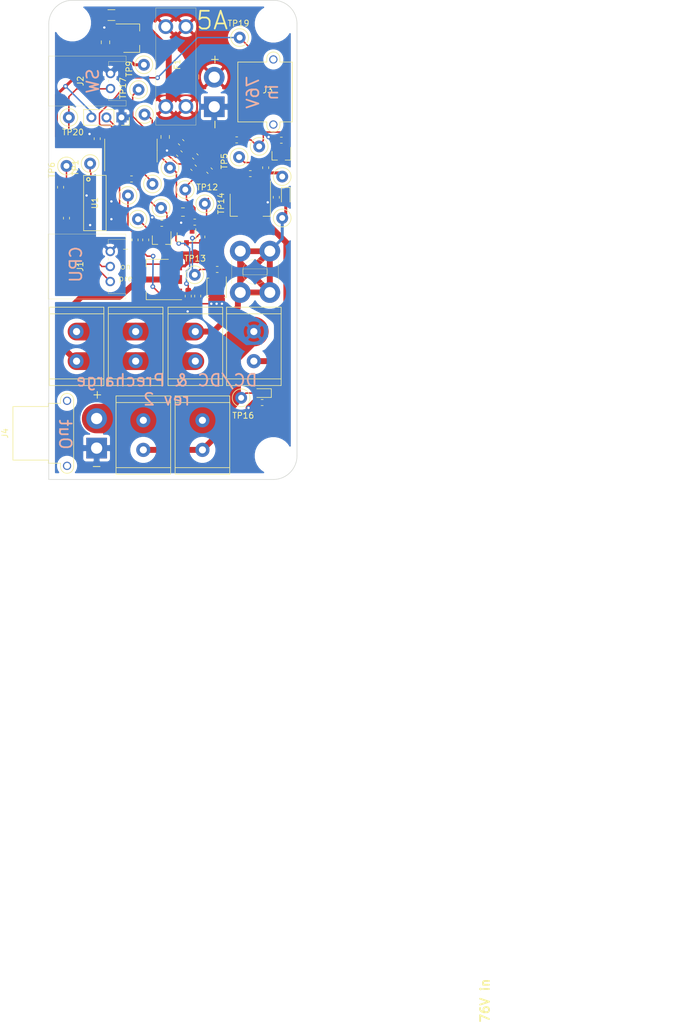
<source format=kicad_pcb>
(kicad_pcb (version 20171130) (host pcbnew "(5.1.4-0-10_14)")
  (layers (0 F.Cu signal) (31 B.Cu signal) (34 B.Paste user) (35 F.Paste user) (36 B.SilkS user) (37 F.SilkS user) (38 B.Mask user) (39 F.Mask user) (44 Edge.Cuts user))
  (net 0 "")
  (net 1 "Net-(D1-Pad1)")
  (net 2 "Net-(F1-Pad2)")
  (net 3 GND)
  (net 4 GNDPWR)
  (net 5 +BATT)
  (net 6 "Net-(R1-Pad1)")
  (net 7 "Net-(R2-Pad1)")
  (net 8 /Microcontroller/VBATT_ADC)
  (net 9 +3V3)
  (net 10 /Microcontroller/DCDC_ADC)
  (net 11 /VESC_OUT)
  (net 12 /DCDC_OUT)
  (net 13 "Net-(D2-Pad1)")
  (net 14 /SWITCH_B)
  (net 15 "Net-(Q1-Pad3)")
  (net 16 /Microcontroller/VESC_PRECHARGE_GATE)
  (net 17 "/Power Switches/Q2_GATE")
  (net 18 "Net-(Q3-Pad3)")
  (net 19 /Microcontroller/DCDC_PRECHARGE_GATE)
  (net 20 "Net-(Q5-Pad3)")
  (net 21 /Microcontroller/DCDC_GATE)
  (net 22 "Net-(Q6-Pad4)")
  (net 23 "Net-(R5-Pad2)")
  (net 24 "Net-(R6-Pad2)")
  (net 25 /DCDC_ON)
  (net 26 /VESC_PRECHARGE)
  (net 27 "/Power Switches/Q4_GATE")
  (net 28 "Net-(Q1-Pad1)")
  (net 29 "Net-(Q3-Pad1)")
  (net 30 "Net-(Q5-Pad1)")
  (net 31 /Microcontroller/UDPI)
  (net 32 /DCDC_ON_IN)
  (net 33 /VESC_PRECHARGE_IN)
  (net 34 "/Power Switches/DCDC_PRE_PRECHARGE")
  (net 35 "/Power Switches/VESC_PRE_PRECHARGE")
  (module "erland-footprints:CON-MOLEX-CGRIDIII-1x2 RA-0901362202" (layer F.Cu) (at 108.45 55.65 270)
    (fp_text reference J2 (at 0 5.08 90) (layer F.SilkS))
    (fp_text value Conn_01x02)
    (pad 1 thru_hole circle (at -1.27 0 270) (size 1.6 1.6) (drill 1) (layers *.Cu *.Mask) (net 4 GNDPWR))
    (pad 2 thru_hole circle (at 1.27 0 270) (size 1.6 1.6) (drill 1) (layers *.Cu *.Mask) (net 14 /SWITCH_B))
  )
  (module Connector_PinSocket_2.54mm:PinSocket_1x03_P2.54mm_Vertical (layer F.Cu) (at 110.3 61.8 270)
    (fp_text reference J6 hide)
    (fp_text value Conn_01x03_Female)
    (pad 3 thru_hole oval (at 0 5.08 270) (size 1.7 1.7) (drill 1) (layers *.Cu *.Mask) (net 9 +3V3))
    (pad 2 thru_hole oval (at 0 2.54 270) (size 1.7 1.7) (drill 1) (layers *.Cu *.Mask) (net 31 /Microcontroller/UDPI))
    (pad 1 thru_hole rect (at 0 0 270) (size 1.7 1.7) (drill 1) (layers *.Cu *.Mask) (net 4 GNDPWR))
  )
  (module Capacitor_SMD:C_0603_1608Metric_Pad1.05x0.95mm_HandSolder (layer F.Cu) (at 106.2 65.4 90)
    (fp_text reference C5 hide)
    (fp_text value "100 nF/3.3V")
    (pad 2 smd roundrect (at 0.875 0 90) (size 1.05 0.95) (layers F.Cu F.Paste F.Mask) (net 4 GNDPWR))
    (pad 1 smd roundrect (at -0.875 0 90) (size 1.05 0.95) (layers F.Cu F.Paste F.Mask) (net 9 +3V3))
  )
  (module TestPoint:TestPoint_Loop_D2.50mm_Drill1.0mm_LowProfile (layer F.Cu) (at 113.1 79 270)
    (fp_text reference TP3 hide)
    (fp_text value TestPoint)
    (pad 1 thru_hole circle (at 0 0 270) (size 2 2) (drill 1) (layers *.Cu *.Mask) (net 15 "Net-(Q1-Pad3)"))
  )
  (module TestPoint:TestPoint_Loop_D2.50mm_Drill1.0mm_LowProfile (layer F.Cu) (at 101 70 270)
    (fp_text reference TP6 (at 0.7 2.5 90) (layer F.SilkS))
    (fp_text value TestPoint)
    (pad 1 thru_hole circle (at 0 0 270) (size 2 2) (drill 1) (layers *.Cu *.Mask) (net 7 "Net-(R2-Pad1)"))
  )
  (module TestPoint:TestPoint_Loop_D2.50mm_Drill1.0mm_LowProfile (layer F.Cu) (at 105 69.6 270)
    (fp_text reference TP1 (at 0.7 2.5 90) (layer F.SilkS))
    (fp_text value TestPoint)
    (pad 1 thru_hole circle (at 0 0 270) (size 2 2) (drill 1) (layers *.Cu *.Mask) (net 6 "Net-(R1-Pad1)"))
  )
  (module MountingHole:MountingHole_4.3mm_M4_ISO14580 (layer F.Cu) (at 102 46 270)
    (fp_text reference H1 hide)
    (fp_text value MountingHole hide)
    (pad "" np_thru_hole circle (at -0.2 0 270) (size 4.3 4.3) (drill 4.3) (layers *.Cu *.Mask))
  )
  (module MountingHole:MountingHole_4.3mm_M4_ISO14580 (layer F.Cu) (at 136 119 270)
    (fp_text reference H4 hide)
    (fp_text value MountingHole hide)
    (pad 1 np_thru_hole circle (at 0 0 270) (size 4.3 4.3) (drill 4.3) (layers *.Cu *.Mask))
  )
  (module MountingHole:MountingHole_4.3mm_M4_ISO14580 (layer F.Cu) (at 201.2 194.4 90)
    (fp_text reference H3 hide)
    (fp_text value MountingHole hide)
    (pad 1 np_thru_hole circle (at 0 0 90) (size 4.3 4.3) (drill 4.3) (layers *.Cu *.Mask))
  )
  (module MountingHole:MountingHole_4.3mm_M4_ISO14580 (layer F.Cu) (at 136 46 270)
    (fp_text reference H1 hide)
    (fp_text value MountingHole hide)
    (pad 1 np_thru_hole circle (at 0 0 270) (size 4.3 4.3) (drill 4.3) (layers *.Cu *.Mask))
  )
  (module TestPoint:TestPoint_Loop_D2.50mm_Drill1.0mm_LowProfile (layer F.Cu) (at 101.4 61.8)
    (fp_text reference TP20 (at 0.7 2.5) (layer F.SilkS))
    (fp_text value TestPoint)
    (pad 1 thru_hole circle (at 0 0) (size 2 2) (drill 1) (layers *.Cu *.Mask) (net 14 /SWITCH_B))
  )
  (module Resistor_THT:R_Radial_Power_L13.0mm_W9.0mm_P5.00mm (layer F.Cu) (at 114 113 270)
    (fp_text reference R28 hide)
    (fp_text value "150 Ohm, 45W")
    (pad 2 thru_hole circle (at 5 0 270) (size 2.4 2.4) (drill 1.2) (layers *.Cu *.Mask) (net 34 "/Power Switches/DCDC_PRE_PRECHARGE"))
    (pad 1 thru_hole circle (at 0 0 270) (size 2.4 2.4) (drill 1.2) (layers *.Cu *.Mask) (net 12 /DCDC_OUT))
  )
  (module Resistor_THT:R_Radial_Power_L13.0mm_W9.0mm_P5.00mm (layer F.Cu) (at 132.7 98 270)
    (fp_text reference R27 hide)
    (fp_text value "150 Ohm, 45W")
    (pad 2 thru_hole circle (at 5 0 270) (size 2.4 2.4) (drill 1.2) (layers *.Cu *.Mask) (net 34 "/Power Switches/DCDC_PRE_PRECHARGE"))
    (pad 1 thru_hole circle (at 0 0 270) (size 2.4 2.4) (drill 1.2) (layers *.Cu *.Mask) (net 12 /DCDC_OUT))
  )
  (module Resistor_THT:R_Radial_Power_L13.0mm_W9.0mm_P5.00mm (layer F.Cu) (at 122.8 98 270)
    (fp_text reference R26 hide)
    (fp_text value "150 Ohm, 45W")
    (pad 2 thru_hole circle (at 5 0 270) (size 2.4 2.4) (drill 1.2) (layers *.Cu *.Mask) (net 35 "/Power Switches/VESC_PRE_PRECHARGE"))
    (pad 1 thru_hole circle (at 0 0 270) (size 2.4 2.4) (drill 1.2) (layers *.Cu *.Mask) (net 11 /VESC_OUT))
  )
  (module Resistor_THT:R_Radial_Power_L13.0mm_W9.0mm_P5.00mm (layer F.Cu) (at 102.7 98 270)
    (fp_text reference R25 hide)
    (fp_text value "150 Ohm, 45W")
    (pad 2 thru_hole circle (at 5 0 270) (size 2.4 2.4) (drill 1.2) (layers *.Cu *.Mask) (net 35 "/Power Switches/VESC_PRE_PRECHARGE"))
    (pad 1 thru_hole circle (at 0 0 270) (size 2.4 2.4) (drill 1.2) (layers *.Cu *.Mask) (net 11 /VESC_OUT))
  )
  (module TestPoint:TestPoint_Loop_D2.50mm_Drill1.0mm_LowProfile (layer F.Cu) (at 130.3 48.3 270)
    (fp_text reference TP19 (at -2.4 0.2 180) (layer F.SilkS))
    (fp_text value TestPoint)
    (pad 1 thru_hole circle (at 0 0 270) (size 2 2) (drill 1) (layers *.Cu *.Mask) (net 19 /Microcontroller/DCDC_PRECHARGE_GATE))
  )
  (module TestPoint:TestPoint_Loop_D2.50mm_Drill1.0mm_LowProfile (layer F.Cu) (at 115.55 73.05 270)
    (fp_text reference TP18 hide)
    (fp_text value TestPoint)
    (pad 1 thru_hole circle (at 0 0 270) (size 2 2) (drill 1) (layers *.Cu *.Mask) (net 16 /Microcontroller/VESC_PRECHARGE_GATE))
  )
  (module TestPoint:TestPoint_Loop_D2.50mm_Drill1.0mm_LowProfile (layer F.Cu) (at 113.2 57.1 270)
    (fp_text reference TP17 (at -0.25 2.65 90) (layer F.SilkS))
    (fp_text value TestPoint)
    (pad 1 thru_hole circle (at 0 0 270) (size 2 2) (drill 1) (layers *.Cu *.Mask) (net 21 /Microcontroller/DCDC_GATE))
  )
  (module TestPoint:TestPoint_Loop_D2.50mm_Drill1.0mm_LowProfile (layer F.Cu) (at 130.55 109.2 270)
    (fp_text reference TP16 (at 3 -0.35 180) (layer F.SilkS))
    (fp_text value TestPoint)
    (pad 1 thru_hole circle (at 0 0 270) (size 2 2) (drill 1) (layers *.Cu *.Mask) (net 12 /DCDC_OUT))
  )
  (module TestPoint:TestPoint_Loop_D2.50mm_Drill1.0mm_LowProfile (layer F.Cu) (at 137.5 78.8 270)
    (fp_text reference TP15 hide)
    (fp_text value TestPoint)
    (pad 1 thru_hole circle (at 0 0 270) (size 2 2) (drill 1) (layers *.Cu *.Mask) (net 11 /VESC_OUT))
  )
  (module TestPoint:TestPoint_Loop_D2.50mm_Drill1.0mm_LowProfile (layer F.Cu) (at 124.4 76.4 270)
    (fp_text reference TP14 (at -0.05 -2.75 90) (layer F.SilkS))
    (fp_text value TestPoint)
    (pad 1 thru_hole circle (at 0 0 270) (size 2 2) (drill 1) (layers *.Cu *.Mask) (net 20 "Net-(Q5-Pad3)"))
  )
  (module TestPoint:TestPoint_Loop_D2.50mm_Drill1.0mm_LowProfile (layer F.Cu) (at 122.7 88.4 270)
    (fp_text reference TP13 (at -2.75 -0.05 180) (layer F.SilkS))
    (fp_text value TestPoint)
    (pad 1 thru_hole circle (at 0 0 270) (size 2 2) (drill 1) (layers *.Cu *.Mask) (net 22 "Net-(Q6-Pad4)"))
  )
  (module TestPoint:TestPoint_Loop_D2.50mm_Drill1.0mm_LowProfile (layer F.Cu) (at 121.1 74 270)
    (fp_text reference TP12 (at -0.4 -3.7 180) (layer F.SilkS))
    (fp_text value TestPoint)
    (pad 1 thru_hole circle (at 0 0 270) (size 2 2) (drill 1) (layers *.Cu *.Mask) (net 30 "Net-(Q5-Pad1)"))
  )
  (module TestPoint:TestPoint_Loop_D2.50mm_Drill1.0mm_LowProfile (layer F.Cu) (at 133.6 66.7 270)
    (fp_text reference TP11 hide)
    (fp_text value TestPoint)
    (pad 1 thru_hole circle (at 0 0 270) (size 2 2) (drill 1) (layers *.Cu *.Mask) (net 29 "Net-(Q3-Pad1)"))
  )
  (module TestPoint:TestPoint_Loop_D2.50mm_Drill1.0mm_LowProfile (layer F.Cu) (at 117 77.1 270)
    (fp_text reference TP10 hide)
    (fp_text value TestPoint)
    (pad 1 thru_hole circle (at 0 0 270) (size 2 2) (drill 1) (layers *.Cu *.Mask) (net 28 "Net-(Q1-Pad1)"))
  )
  (module TestPoint:TestPoint_Loop_D2.50mm_Drill1.0mm_LowProfile (layer F.Cu) (at 114.1 52.9 270)
    (fp_text reference TP9 (at 0.7 2.5 90) (layer F.SilkS))
    (fp_text value TestPoint)
    (pad 1 thru_hole circle (at 0 0 270) (size 2 2) (drill 1) (layers *.Cu *.Mask) (net 9 +3V3))
  )
  (module TestPoint:TestPoint_Loop_D2.50mm_Drill1.0mm_LowProfile (layer F.Cu) (at 118.5 70.3 270)
    (fp_text reference TP8 hide)
    (fp_text value TestPoint)
    (pad 1 thru_hole circle (at 0 0 270) (size 2 2) (drill 1) (layers *.Cu *.Mask) (net 10 /Microcontroller/DCDC_ADC))
  )
  (module TestPoint:TestPoint_Loop_D2.50mm_Drill1.0mm_LowProfile (layer F.Cu) (at 114.2 61.3 270)
    (fp_text reference TP7 hide)
    (fp_text value TestPoint)
    (pad 1 thru_hole circle (at 0 0 270) (size 2 2) (drill 1) (layers *.Cu *.Mask) (net 8 /Microcontroller/VBATT_ADC))
  )
  (module TestPoint:TestPoint_Loop_D2.50mm_Drill1.0mm_LowProfile (layer F.Cu) (at 130.2 68.5 270)
    (fp_text reference TP5 (at 0.7 2.5 90) (layer F.SilkS))
    (fp_text value TestPoint)
    (pad 1 thru_hole circle (at 0 0 270) (size 2 2) (drill 1) (layers *.Cu *.Mask) (net 18 "Net-(Q3-Pad3)"))
  )
  (module TestPoint:TestPoint_Loop_D2.50mm_Drill1.0mm_LowProfile (layer F.Cu) (at 137.5 71.8 270)
    (fp_text reference TP4 hide)
    (fp_text value TestPoint)
    (pad 1 thru_hole circle (at 0 0 270) (size 2 2) (drill 1) (layers *.Cu *.Mask) (net 27 "/Power Switches/Q4_GATE"))
  )
  (module TestPoint:TestPoint_Loop_D2.50mm_Drill1.0mm_LowProfile (layer F.Cu) (at 111.4 75 270)
    (fp_text reference TP2 hide)
    (fp_text value TestPoint)
    (pad 1 thru_hole circle (at 0 0 270) (size 2 2) (drill 1) (layers *.Cu *.Mask) (net 17 "/Power Switches/Q2_GATE"))
  )
  (module Resistor_SMD:R_0603_1608Metric_Pad1.05x0.95mm_HandSolder (layer F.Cu) (at 122.5 70.3 135)
    (fp_text reference R24 hide)
    (fp_text value 1k)
    (pad 2 smd roundrect (at 0.875 0 135) (size 1.05 0.95) (layers F.Cu F.Paste F.Mask) (net 21 /Microcontroller/DCDC_GATE))
    (pad 1 smd roundrect (at -0.875 0 135) (size 1.05 0.95) (layers F.Cu F.Paste F.Mask) (net 30 "Net-(Q5-Pad1)"))
  )
  (module Resistor_SMD:R_0603_1608Metric_Pad1.05x0.95mm_HandSolder (layer F.Cu) (at 129.8 65.6 180)
    (fp_text reference R23 hide)
    (fp_text value 1k)
    (pad 2 smd roundrect (at 0.875 0 180) (size 1.05 0.95) (layers F.Cu F.Paste F.Mask) (net 19 /Microcontroller/DCDC_PRECHARGE_GATE))
    (pad 1 smd roundrect (at -0.875 0 180) (size 1.05 0.95) (layers F.Cu F.Paste F.Mask) (net 29 "Net-(Q3-Pad1)"))
  )
  (module Resistor_SMD:R_0603_1608Metric_Pad1.05x0.95mm_HandSolder (layer F.Cu) (at 112 72.2 180)
    (fp_text reference R22 hide)
    (fp_text value 1k)
    (pad 2 smd roundrect (at 0.875 0 180) (size 1.05 0.95) (layers F.Cu F.Paste F.Mask) (net 16 /Microcontroller/VESC_PRECHARGE_GATE))
    (pad 1 smd roundrect (at -0.875 0 180) (size 1.05 0.95) (layers F.Cu F.Paste F.Mask) (net 28 "Net-(Q1-Pad1)"))
  )
  (module Resistor_SMD:R_0603_1608Metric_Pad1.05x0.95mm_HandSolder (layer F.Cu) (at 121.6 92 270)
    (fp_text reference R10 hide)
    (fp_text value 13.3k)
    (pad 2 smd roundrect (at 0.875 0 270) (size 1.05 0.95) (layers F.Cu F.Paste F.Mask) (net 4 GNDPWR))
    (pad 1 smd roundrect (at -0.875 0 270) (size 1.05 0.95) (layers F.Cu F.Paste F.Mask) (net 10 /Microcontroller/DCDC_ADC))
  )
  (module Resistor_SMD:R_0603_1608Metric_Pad1.05x0.95mm_HandSolder (layer F.Cu) (at 123.2 92 90)
    (fp_text reference R9 hide)
    (fp_text value 300k)
    (pad 2 smd roundrect (at 0.875 0 90) (size 1.05 0.95) (layers F.Cu F.Paste F.Mask) (net 10 /Microcontroller/DCDC_ADC))
    (pad 1 smd roundrect (at -0.875 0 90) (size 1.05 0.95) (layers F.Cu F.Paste F.Mask) (net 12 /DCDC_OUT))
  )
  (module Resistor_SMD:R_0603_1608Metric_Pad1.05x0.95mm_HandSolder (layer F.Cu) (at 120.1 67.9 315)
    (fp_text reference R8 hide)
    (fp_text value 1.33M)
    (pad 2 smd roundrect (at 0.875 0 315) (size 1.05 0.95) (layers F.Cu F.Paste F.Mask) (net 4 GNDPWR))
    (pad 1 smd roundrect (at -0.875 0 315) (size 1.05 0.95) (layers F.Cu F.Paste F.Mask) (net 8 /Microcontroller/VBATT_ADC))
  )
  (module Resistor_THT:R_Radial_Power_L13.0mm_W9.0mm_P5.00mm (layer F.Cu) (at 124 113 270)
    (fp_text reference R18 hide)
    (fp_text value "150 Ohm, 45W")
    (pad 2 thru_hole circle (at 5 0 270) (size 2.4 2.4) (drill 1.2) (layers *.Cu *.Mask) (net 34 "/Power Switches/DCDC_PRE_PRECHARGE"))
    (pad 1 thru_hole circle (at 0 0 270) (size 2.4 2.4) (drill 1.2) (layers *.Cu *.Mask) (net 12 /DCDC_OUT))
  )
  (module Resistor_THT:R_Radial_Power_L13.0mm_W9.0mm_P5.00mm (layer F.Cu) (at 112.7 98 270)
    (fp_text reference R14 hide)
    (fp_text value "150 Ohm, 45W")
    (pad 2 thru_hole circle (at 5 0 270) (size 2.4 2.4) (drill 1.2) (layers *.Cu *.Mask) (net 35 "/Power Switches/VESC_PRE_PRECHARGE"))
    (pad 1 thru_hole circle (at 0 0 270) (size 2.4 2.4) (drill 1.2) (layers *.Cu *.Mask) (net 11 /VESC_OUT))
  )
  (module Package_SO:SOIC-14_3.9x8.7mm_P1.27mm (layer F.Cu) (at 111.9 67.4 90)
    (fp_text reference U3 hide)
    (fp_text value ATtiny414-SS)
    (pad 14 smd roundrect (at 2.475 -3.81 90) (size 1.95 0.6) (layers F.Cu F.Paste F.Mask) (net 4 GNDPWR))
    (pad 13 smd roundrect (at 2.475 -2.54 90) (size 1.95 0.6) (layers F.Cu F.Paste F.Mask) (net 19 /Microcontroller/DCDC_PRECHARGE_GATE))
    (pad 12 smd roundrect (at 2.475 -1.27 90) (size 1.95 0.6) (layers F.Cu F.Paste F.Mask) (net 14 /SWITCH_B))
    (pad 11 smd roundrect (at 2.475 0 90) (size 1.95 0.6) (layers F.Cu F.Paste F.Mask))
    (pad 10 smd roundrect (at 2.475 1.27 90) (size 1.95 0.6) (layers F.Cu F.Paste F.Mask) (net 31 /Microcontroller/UDPI))
    (pad 9 smd roundrect (at 2.475 2.54 90) (size 1.95 0.6) (layers F.Cu F.Paste F.Mask) (net 21 /Microcontroller/DCDC_GATE))
    (pad 8 smd roundrect (at 2.475 3.81 90) (size 1.95 0.6) (layers F.Cu F.Paste F.Mask) (net 8 /Microcontroller/VBATT_ADC))
    (pad 7 smd roundrect (at -2.475 3.81 90) (size 1.95 0.6) (layers F.Cu F.Paste F.Mask))
    (pad 6 smd roundrect (at -2.475 2.54 90) (size 1.95 0.6) (layers F.Cu F.Paste F.Mask))
    (pad 5 smd roundrect (at -2.475 1.27 90) (size 1.95 0.6) (layers F.Cu F.Paste F.Mask) (net 10 /Microcontroller/DCDC_ADC))
    (pad 4 smd roundrect (at -2.475 0 90) (size 1.95 0.6) (layers F.Cu F.Paste F.Mask) (net 16 /Microcontroller/VESC_PRECHARGE_GATE))
    (pad 3 smd roundrect (at -2.475 -1.27 90) (size 1.95 0.6) (layers F.Cu F.Paste F.Mask) (net 25 /DCDC_ON))
    (pad 2 smd roundrect (at -2.475 -2.54 90) (size 1.95 0.6) (layers F.Cu F.Paste F.Mask) (net 26 /VESC_PRECHARGE))
    (pad 1 smd roundrect (at -2.475 -3.81 90) (size 1.95 0.6) (layers F.Cu F.Paste F.Mask) (net 9 +3V3))
  )
  (module Package_TO_SOT_SMD:SOT-89-3 (layer F.Cu) (at 111.6 48.4)
    (fp_text reference U2 hide)
    (fp_text value NCP785AH33T1G)
    (pad 2 smd trapezoid (at -0.0762 0 90) (size 1.5 1) (rect_delta 0 0.7) (layers F.Cu F.Paste F.Mask) (net 4 GNDPWR))
    (pad 2 smd rect (at 1.3335 0 270) (size 2.2 1.84) (layers F.Cu F.Paste F.Mask) (net 4 GNDPWR))
    (pad 3 smd rect (at -1.48 1.5 270) (size 1 1.5) (layers F.Cu F.Paste F.Mask) (net 9 +3V3))
    (pad 2 smd rect (at -1.3335 0 270) (size 1 1.8) (layers F.Cu F.Paste F.Mask) (net 4 GNDPWR))
    (pad 1 smd rect (at -1.48 -1.5 270) (size 1 1.5) (layers F.Cu F.Paste F.Mask) (net 5 +BATT))
    (pad 2 smd trapezoid (at 2.667 0 270) (size 1.6 0.85) (rect_delta 0 0.6) (layers F.Cu F.Paste F.Mask) (net 4 GNDPWR))
  )
  (module Resistor_SMD:R_0603_1608Metric_Pad1.05x0.95mm_HandSolder (layer F.Cu) (at 123.9 82 270)
    (fp_text reference R21 hide)
    (fp_text value 56k)
    (pad 2 smd roundrect (at 0.875 0 270) (size 1.05 0.95) (layers F.Cu F.Paste F.Mask) (net 20 "Net-(Q5-Pad3)"))
    (pad 1 smd roundrect (at -0.875 0 270) (size 1.05 0.95) (layers F.Cu F.Paste F.Mask) (net 22 "Net-(Q6-Pad4)"))
  )
  (module Resistor_SMD:R_0603_1608Metric_Pad1.05x0.95mm_HandSolder (layer F.Cu) (at 126.5 87.5 180)
    (fp_text reference R20 hide)
    (fp_text value 15K)
    (pad 2 smd roundrect (at 0.875 0 180) (size 1.05 0.95) (layers F.Cu F.Paste F.Mask) (net 22 "Net-(Q6-Pad4)"))
    (pad 1 smd roundrect (at -0.875 0 180) (size 1.05 0.95) (layers F.Cu F.Paste F.Mask) (net 5 +BATT))
  )
  (module Resistor_SMD:R_0603_1608Metric_Pad1.05x0.95mm_HandSolder (layer F.Cu) (at 122.7 79.5 180)
    (fp_text reference R19 hide)
    (fp_text value 10k)
    (pad 2 smd roundrect (at 0.875 0 180) (size 1.05 0.95) (layers F.Cu F.Paste F.Mask) (net 4 GNDPWR))
    (pad 1 smd roundrect (at -0.875 0 180) (size 1.05 0.95) (layers F.Cu F.Paste F.Mask) (net 30 "Net-(Q5-Pad1)"))
  )
  (module Resistor_SMD:R_0603_1608Metric_Pad1.05x0.95mm_HandSolder (layer F.Cu) (at 134.7 70.3 90)
    (fp_text reference R17 hide)
    (fp_text value 56k)
    (pad 2 smd roundrect (at 0.875 0 90) (size 1.05 0.95) (layers F.Cu F.Paste F.Mask) (net 18 "Net-(Q3-Pad3)"))
    (pad 1 smd roundrect (at -0.875 0 90) (size 1.05 0.95) (layers F.Cu F.Paste F.Mask) (net 27 "/Power Switches/Q4_GATE"))
  )
  (module Resistor_SMD:R_0603_1608Metric_Pad1.05x0.95mm_HandSolder (layer F.Cu) (at 132.1 71.3)
    (fp_text reference R16 hide)
    (fp_text value 15K)
    (pad 2 smd roundrect (at 0.875 0) (size 1.05 0.95) (layers F.Cu F.Paste F.Mask) (net 27 "/Power Switches/Q4_GATE"))
    (pad 1 smd roundrect (at -0.875 0) (size 1.05 0.95) (layers F.Cu F.Paste F.Mask) (net 5 +BATT))
  )
  (module Resistor_SMD:R_0603_1608Metric_Pad1.05x0.95mm_HandSolder (layer F.Cu) (at 137.35 65.65 180)
    (fp_text reference R15 hide)
    (fp_text value 10k)
    (pad 2 smd roundrect (at 0.875 0 180) (size 1.05 0.95) (layers F.Cu F.Paste F.Mask) (net 4 GNDPWR))
    (pad 1 smd roundrect (at -0.875 0 180) (size 1.05 0.95) (layers F.Cu F.Paste F.Mask) (net 29 "Net-(Q3-Pad1)"))
  )
  (module Resistor_SMD:R_0603_1608Metric_Pad1.05x0.95mm_HandSolder (layer F.Cu) (at 114.4 82.5 270)
    (fp_text reference R13 hide)
    (fp_text value 56k)
    (pad 2 smd roundrect (at 0.875 0 270) (size 1.05 0.95) (layers F.Cu F.Paste F.Mask) (net 15 "Net-(Q1-Pad3)"))
    (pad 1 smd roundrect (at -0.875 0 270) (size 1.05 0.95) (layers F.Cu F.Paste F.Mask) (net 17 "/Power Switches/Q2_GATE"))
  )
  (module Resistor_SMD:R_0603_1608Metric_Pad1.05x0.95mm_HandSolder (layer F.Cu) (at 112.6 82.5 90)
    (fp_text reference R12 hide)
    (fp_text value 15K)
    (pad 2 smd roundrect (at 0.875 0 90) (size 1.05 0.95) (layers F.Cu F.Paste F.Mask) (net 17 "/Power Switches/Q2_GATE"))
    (pad 1 smd roundrect (at -0.875 0 90) (size 1.05 0.95) (layers F.Cu F.Paste F.Mask) (net 5 +BATT))
  )
  (module Resistor_SMD:R_0603_1608Metric_Pad1.05x0.95mm_HandSolder (layer F.Cu) (at 117.125 79.7 180)
    (fp_text reference R11 hide)
    (fp_text value 100k)
    (pad 2 smd roundrect (at 0.875 0 180) (size 1.05 0.95) (layers F.Cu F.Paste F.Mask) (net 4 GNDPWR))
    (pad 1 smd roundrect (at -0.875 0 180) (size 1.05 0.95) (layers F.Cu F.Paste F.Mask) (net 28 "Net-(Q1-Pad1)"))
  )
  (module Resistor_SMD:R_0603_1608Metric_Pad1.05x0.95mm_HandSolder (layer F.Cu) (at 120.4 66 135)
    (fp_text reference R7 hide)
    (fp_text value 10M)
    (pad 2 smd roundrect (at 0.875 0 135) (size 1.05 0.95) (layers F.Cu F.Paste F.Mask) (net 8 /Microcontroller/VBATT_ADC))
    (pad 1 smd roundrect (at -0.875 0 135) (size 1.05 0.95) (layers F.Cu F.Paste F.Mask) (net 24 "Net-(R6-Pad2)"))
  )
  (module Resistor_SMD:R_0603_1608Metric_Pad1.05x0.95mm_HandSolder (layer F.Cu) (at 122.8 68.4 135)
    (fp_text reference R6 hide)
    (fp_text value 10M)
    (pad 2 smd roundrect (at 0.875 0 135) (size 1.05 0.95) (layers F.Cu F.Paste F.Mask) (net 24 "Net-(R6-Pad2)"))
    (pad 1 smd roundrect (at -0.875 0 135) (size 1.05 0.95) (layers F.Cu F.Paste F.Mask) (net 23 "Net-(R5-Pad2)"))
  )
  (module Resistor_SMD:R_0603_1608Metric_Pad1.05x0.95mm_HandSolder (layer F.Cu) (at 125.2 70.8 135)
    (fp_text reference R5 hide)
    (fp_text value 10M)
    (pad 2 smd roundrect (at 0.875 0 135) (size 1.05 0.95) (layers F.Cu F.Paste F.Mask) (net 23 "Net-(R5-Pad2)"))
    (pad 1 smd roundrect (at -0.875 0 135) (size 1.05 0.95) (layers F.Cu F.Paste F.Mask) (net 5 +BATT))
  )
  (module Resistor_SMD:R_0603_1608Metric_Pad1.05x0.95mm_HandSolder (layer F.Cu) (at 134.1 110 180)
    (fp_text reference R4 hide)
    (fp_text value 47k)
    (pad 2 smd roundrect (at 0.875 0 180) (size 1.05 0.95) (layers F.Cu F.Paste F.Mask) (net 4 GNDPWR))
    (pad 1 smd roundrect (at -0.875 0 180) (size 1.05 0.95) (layers F.Cu F.Paste F.Mask) (net 13 "Net-(D2-Pad1)"))
  )
  (module Resistor_SMD:R_0603_1608Metric_Pad1.05x0.95mm_HandSolder (layer F.Cu) (at 136.5 75.3 270)
    (fp_text reference R3 hide)
    (fp_text value "47k 120 mW")
    (pad 2 smd roundrect (at 0.875 0 270) (size 1.05 0.95) (layers F.Cu F.Paste F.Mask) (net 4 GNDPWR))
    (pad 1 smd roundrect (at -0.875 0 270) (size 1.05 0.95) (layers F.Cu F.Paste F.Mask) (net 1 "Net-(D1-Pad1)"))
  )
  (module Package_SO:Vishay_PowerPAK_1212-8_Single (layer F.Cu) (at 126.4 90.6 270)
    (fp_text reference Q6 hide)
    (fp_text value SQJ479EP-T1_GE3)
    (pad 5 smd custom (at 0.5575 0 270) (size 1.725 2.235) (layers F.Cu F.Paste F.Mask) (net 12 /DCDC_OUT) (options (clearance outline) (anchor rect)) (primitives (gr_poly (pts (xy 0.8625 0.1275) (xy 0.8625 -0.1275) (xy 1.3725 -0.1275) (xy 1.3725 -0.5325) (xy 0.8625 -0.5325) (xy 0.8625 -0.7875) (xy 1.3725 -0.7875) (xy 1.3725 -1.195) (xy 0.6125 -1.195) (xy 0.6125 1.195) (xy 1.3725 1.195) (xy 1.3725 0.7875) (xy 0.8625 0.7875) (xy 0.8625 0.5325) (xy 1.3725 0.5325) (xy 1.3725 0.1275)) (width 0))))
    (pad 4 smd rect (at -1.435 0.99 270) (size 0.99 0.405) (layers F.Cu F.Paste F.Mask) (net 22 "Net-(Q6-Pad4)"))
    (pad 3 smd rect (at -1.435 0.33 270) (size 0.99 0.405) (layers F.Cu F.Paste F.Mask) (net 5 +BATT))
    (pad 2 smd rect (at -1.435 -0.33 270) (size 0.99 0.405) (layers F.Cu F.Paste F.Mask) (net 5 +BATT))
    (pad 1 smd rect (at -1.435 -0.99 270) (size 0.99 0.405) (layers F.Cu F.Paste F.Mask) (net 5 +BATT))
  )
  (module Package_TO_SOT_SMD:SOT-23 (layer F.Cu) (at 121.3 82 270)
    (fp_text reference Q5 hide)
    (fp_text value BSS123)
    (pad 3 smd rect (at 1 0 270) (size 0.9 0.8) (layers F.Cu F.Paste F.Mask) (net 20 "Net-(Q5-Pad3)"))
    (pad 2 smd rect (at -1 0.95 270) (size 0.9 0.8) (layers F.Cu F.Paste F.Mask) (net 4 GNDPWR))
    (pad 1 smd rect (at -1 -0.95 270) (size 0.9 0.8) (layers F.Cu F.Paste F.Mask) (net 30 "Net-(Q5-Pad1)"))
  )
  (module Package_TO_SOT_SMD:SOT-223-3_TabPin2 (layer F.Cu) (at 132.1 76.6 270)
    (fp_text reference Q4 hide)
    (fp_text value MCT06P10)
    (pad 1 smd rect (at -3.15 -2.3 270) (size 2 1.5) (layers F.Cu F.Paste F.Mask) (net 27 "/Power Switches/Q4_GATE"))
    (pad 3 smd rect (at -3.15 2.3 270) (size 2 1.5) (layers F.Cu F.Paste F.Mask) (net 5 +BATT))
    (pad 2 smd rect (at -3.15 0 270) (size 2 1.5) (layers F.Cu F.Paste F.Mask) (net 34 "/Power Switches/DCDC_PRE_PRECHARGE"))
    (pad 2 smd rect (at 3.15 0 270) (size 2 3.8) (layers F.Cu F.Paste F.Mask) (net 34 "/Power Switches/DCDC_PRE_PRECHARGE"))
  )
  (module Package_TO_SOT_SMD:SOT-23 (layer F.Cu) (at 137.35 68.25 270)
    (fp_text reference Q3 hide)
    (fp_text value BSS123)
    (pad 3 smd rect (at 1 0 270) (size 0.9 0.8) (layers F.Cu F.Paste F.Mask) (net 18 "Net-(Q3-Pad3)"))
    (pad 2 smd rect (at -1 0.95 270) (size 0.9 0.8) (layers F.Cu F.Paste F.Mask) (net 4 GNDPWR))
    (pad 1 smd rect (at -1 -0.95 270) (size 0.9 0.8) (layers F.Cu F.Paste F.Mask) (net 29 "Net-(Q3-Pad1)"))
  )
  (module Package_TO_SOT_SMD:SOT-223-3_TabPin2 (layer F.Cu) (at 116.4 89.2 180)
    (fp_text reference Q2 hide)
    (fp_text value MCT06P10)
    (pad 1 smd rect (at -3.15 -2.3 180) (size 2 1.5) (layers F.Cu F.Paste F.Mask) (net 17 "/Power Switches/Q2_GATE"))
    (pad 3 smd rect (at -3.15 2.3 180) (size 2 1.5) (layers F.Cu F.Paste F.Mask) (net 5 +BATT))
    (pad 2 smd rect (at -3.15 0 180) (size 2 1.5) (layers F.Cu F.Paste F.Mask) (net 35 "/Power Switches/VESC_PRE_PRECHARGE"))
    (pad 2 smd rect (at 3.15 0 180) (size 2 3.8) (layers F.Cu F.Paste F.Mask) (net 35 "/Power Switches/VESC_PRE_PRECHARGE"))
  )
  (module Package_TO_SOT_SMD:SOT-23 (layer F.Cu) (at 117.1 82.5 270)
    (fp_text reference Q1 hide)
    (fp_text value BSS123)
    (pad 3 smd rect (at 1 0 270) (size 0.9 0.8) (layers F.Cu F.Paste F.Mask) (net 15 "Net-(Q1-Pad3)"))
    (pad 2 smd rect (at -1 0.95 270) (size 0.9 0.8) (layers F.Cu F.Paste F.Mask) (net 4 GNDPWR))
    (pad 1 smd rect (at -1 -0.95 270) (size 0.9 0.8) (layers F.Cu F.Paste F.Mask) (net 28 "Net-(Q1-Pad1)"))
  )
  (module LED_SMD:LED_0603_1608Metric_Pad1.05x0.95mm_HandSolder (layer F.Cu) (at 134 108.4 180)
    (fp_text reference D2 hide)
    (fp_text value LED)
    (pad 2 smd roundrect (at 0.875 0 180) (size 1.05 0.95) (layers F.Cu F.Paste F.Mask) (net 12 /DCDC_OUT))
    (pad 1 smd roundrect (at -0.875 0 180) (size 1.05 0.95) (layers F.Cu F.Paste F.Mask) (net 13 "Net-(D2-Pad1)"))
  )
  (module LED_SMD:LED_0603_1608Metric_Pad1.05x0.95mm_HandSolder (layer F.Cu) (at 138.1 75.3 270)
    (fp_text reference D1 hide)
    (fp_text value "Or LED")
    (pad 2 smd roundrect (at 0.875 0 270) (size 1.05 0.95) (layers F.Cu F.Paste F.Mask) (net 11 /VESC_OUT))
    (pad 1 smd roundrect (at -0.875 0 270) (size 1.05 0.95) (layers F.Cu F.Paste F.Mask) (net 1 "Net-(D1-Pad1)"))
  )
  (module Capacitor_SMD:C_0805_2012Metric_Pad1.15x1.40mm_HandSolder (layer F.Cu) (at 120.7 77.8)
    (fp_text reference C4 hide)
    (fp_text value "100 nF/3.3V")
    (pad 2 smd roundrect (at 1.025 0) (size 1.15 1.4) (layers F.Cu F.Paste F.Mask) (roundrect_rratio 0.217391) (net 4 GNDPWR))
    (pad 1 smd roundrect (at -1.025 0) (size 1.15 1.4) (layers F.Cu F.Paste F.Mask) (roundrect_rratio 0.217391) (net 10 /Microcontroller/DCDC_ADC))
  )
  (module Capacitor_SMD:C_0805_2012Metric_Pad1.15x1.40mm_HandSolder (layer F.Cu) (at 107.6 49.1 90)
    (fp_text reference C3 hide)
    (fp_text value "22 uF/3.3V")
    (pad 2 smd roundrect (at 1.025 0 90) (size 1.15 1.4) (layers F.Cu F.Paste F.Mask) (roundrect_rratio 0.217391) (net 4 GNDPWR))
    (pad 1 smd roundrect (at -1.025 0 90) (size 1.15 1.4) (layers F.Cu F.Paste F.Mask) (roundrect_rratio 0.217391) (net 9 +3V3))
  )
  (module Capacitor_SMD:C_1206_3216Metric_Pad1.42x1.75mm_HandSolder (layer F.Cu) (at 108.6 44.5 180)
    (fp_text reference C2 hide)
    (fp_text value "1 uF / 80V ")
    (pad 2 smd roundrect (at 1.4875 0 180) (size 1.425 1.75) (layers F.Cu F.Paste F.Mask) (roundrect_rratio 0.175439) (net 4 GNDPWR))
    (pad 1 smd roundrect (at -1.4875 0 180) (size 1.425 1.75) (layers F.Cu F.Paste F.Mask) (roundrect_rratio 0.175439) (net 5 +BATT))
  )
  (module Capacitor_SMD:C_0805_2012Metric_Pad1.15x1.40mm_HandSolder (layer F.Cu) (at 117.7 65.1 270)
    (fp_text reference C1 hide)
    (fp_text value "100 nF/3.3V")
    (pad 2 smd roundrect (at 1.025 0 270) (size 1.15 1.4) (layers F.Cu F.Paste F.Mask) (roundrect_rratio 0.217391) (net 4 GNDPWR))
    (pad 1 smd roundrect (at -1.025 0 270) (size 1.15 1.4) (layers F.Cu F.Paste F.Mask) (roundrect_rratio 0.217391) (net 8 /Microcontroller/VBATT_ADC))
  )
  (module erland-footprints:FUSE-KEYSTONE-3557-2 (layer F.Cu) (at 119.5 53.2 90)
    (fp_text reference F1 (at 0.35 0.25 90) (layer F.SilkS))
    (fp_text value "5 A/80V")
    (pad 2 thru_hole circle (at 6.75 -1.7 90) (size 2.5 2.5) (drill 1.6) (layers *.Cu *.Mask) (net 2 "Net-(F1-Pad2)"))
    (pad 2 thru_hole circle (at 6.75 1.7 90) (size 2.5 2.5) (drill 1.6) (layers *.Cu *.Mask) (net 2 "Net-(F1-Pad2)"))
    (pad 1 thru_hole circle (at -6.75 1.7 90) (size 2.5 2.5) (drill 1.6) (layers *.Cu *.Mask) (net 5 +BATT))
    (pad 1 thru_hole circle (at -6.76 -1.7 90) (size 2.5 2.5) (drill 1.6) (layers *.Cu *.Mask) (net 5 +BATT))
  )
  (module erland-footprints:CON-MOLEX-CGRIDIII-1x3-RA-0901362203 (layer F.Cu) (at 108.4 87 270)
    (fp_text reference J1 (at 0 5.08 90) (layer F.SilkS))
    (fp_text value Conn_01x03)
    (pad 1 thru_hole circle (at -2.54 0 270) (size 1.6 1.6) (drill 1) (layers *.Cu *.Mask) (net 3 GND))
    (pad 2 thru_hole circle (at 0 0 270) (size 1.6 1.6) (drill 1) (layers *.Cu *.Mask) (net 32 /DCDC_ON_IN))
    (pad 3 thru_hole circle (at 2.54 0 270) (size 1.6 1.6) (drill 1) (layers *.Cu *.Mask) (net 33 /VESC_PRECHARGE_IN))
  )
  (module erland-footprints:SOIC-8_9.3x3.8mm_P2.54mm (layer F.Cu) (at 105.8 76.27 270)
    (fp_text reference U1 (at 0 0 270) (layer F.SilkS))
    (fp_text value CPC2025N)
    (pad 4 smd rect (at 3.81 2.8 270) (size 0.55 1.3) (layers F.Cu F.Paste F.Mask) (net 3 GND))
    (pad 5 smd rect (at 3.81 -2.8 270) (size 0.55 1.3) (layers F.Cu F.Paste F.Mask) (net 4 GNDPWR))
    (pad 3 smd rect (at 1.27 2.8 270) (size 0.55 1.3) (layers F.Cu F.Paste F.Mask) (net 6 "Net-(R1-Pad1)"))
    (pad 6 smd rect (at 1.27 -2.8 270) (size 0.55 1.3) (layers F.Cu F.Paste F.Mask) (net 25 /DCDC_ON))
    (pad 2 smd rect (at -1.27 2.8 270) (size 0.55 1.3) (layers F.Cu F.Paste F.Mask) (net 3 GND))
    (pad 7 smd rect (at -1.27 -2.8 270) (size 0.55 1.3) (layers F.Cu F.Paste F.Mask) (net 4 GNDPWR))
    (pad 1 smd rect (at -3.81 2.8 270) (size 0.55 1.3) (layers F.Cu F.Paste F.Mask) (net 7 "Net-(R2-Pad1)"))
    (pad 8 smd rect (at -3.81 -2.8 270) (size 0.55 1.3) (layers F.Cu F.Paste F.Mask) (net 26 /VESC_PRECHARGE))
  )
  (module Resistor_SMD:R_0603_1608Metric_Pad1.05x0.95mm_HandSolder (layer F.Cu) (at 100 73.6 270)
    (fp_text reference R2 hide)
    (fp_text value 820)
    (pad 2 smd roundrect (at 0.875 0 270) (size 1.05 0.95) (layers F.Cu F.Paste F.Mask) (net 33 /VESC_PRECHARGE_IN))
    (pad 1 smd roundrect (at -0.875 0 270) (size 1.05 0.95) (layers F.Cu F.Paste F.Mask) (net 7 "Net-(R2-Pad1)"))
  )
  (module Resistor_SMD:R_0603_1608Metric_Pad1.05x0.95mm_HandSolder (layer F.Cu) (at 101 78.825 270)
    (fp_text reference R1 hide)
    (fp_text value 820)
    (pad 2 smd roundrect (at 0.875 0 270) (size 1.05 0.95) (layers F.Cu F.Paste F.Mask) (net 32 /DCDC_ON_IN))
    (pad 1 smd roundrect (at -0.875 0 270) (size 1.05 0.95) (layers F.Cu F.Paste F.Mask) (net 6 "Net-(R1-Pad1)"))
  )
  (module erland-footprints:CON-SCREW-KEYSTONE-VERTICAL (layer F.Cu) (at 132.9 87.9 180)
    (fp_text reference J5 hide)
    (fp_text value Conn_01x01)
    (pad 1 thru_hole circle (at -2.5 3.5 180) (size 3.5 3.5) (drill 1.85) (layers *.Cu *.Mask) (net 11 /VESC_OUT))
    (pad 1 thru_hole circle (at 2.5 3.5 180) (size 3.5 3.5) (drill 1.85) (layers *.Cu *.Mask) (net 11 /VESC_OUT))
    (pad 1 thru_hole circle (at 2.5 -3.5 180) (size 3.5 3.5) (drill 1.85) (layers *.Cu *.Mask) (net 11 /VESC_OUT))
    (pad 1 thru_hole circle (at -2.5 -3.5 180) (size 3.5 3.5) (drill 1.85) (layers *.Cu *.Mask) (net 11 /VESC_OUT))
  )
  (module Connector_AMASS:AMASS_XT30PW-F_1x02_P2.50mm_Horizontal (layer F.Cu) (at 106.1 117.7 90)
    (fp_text reference J4 (at 2.5 -15.5 90) (layer F.SilkS))
    (fp_text value Screw_Terminal_01x02 hide)
    (fp_text user - (at -3 0 180) (layer F.SilkS) (effects (font (size 1.5 1.5))))
    (fp_text user + (at 9 0 90) (layer F.SilkS) (effects (font (size 1.5 1.5))))
    (pad 2 thru_hole circle (at 5 0 90) (size 3.5 3.5) (drill 1.9) (layers *.Cu *.Mask) (net 12 /DCDC_OUT))
    (pad 1 thru_hole rect (at 0 0 90) (size 3.5 3.5) (drill 1.9) (layers *.Cu *.Mask) (net 4 GNDPWR))
    (pad "" thru_hole circle (at 8 -5 90) (size 1.4 1.4) (drill 1) (layers *.Cu *.Mask))
    (pad "" thru_hole circle (at -3 -5 180) (size 1.4 1.4) (drill 1) (layers *.Cu *.Mask))
  )
  (module Connector_AMASS:AMASS_XT30PW-M_1x02_P2.50mm_Horizontal (layer F.Cu) (at 126 60 270)
    (fp_text reference J3 (at -2.8 -9.05 180) (layer F.SilkS))
    (fp_text value Conn_01x02 hide)
    (fp_text user + (at -8 0 90) (layer F.SilkS) (effects (font (size 1.5 1.5))))
    (fp_text user - (at 3 0 90) (layer F.SilkS) (effects (font (size 1.5 1.5))))
    (pad 2 thru_hole circle (at -5 0 270) (size 3.5 3.5) (drill 1.9) (layers *.Cu *.Mask) (net 2 "Net-(F1-Pad2)"))
    (pad 1 thru_hole rect (at 0 0 270) (size 3.5 3.5) (drill 1.9) (layers *.Cu *.Mask) (net 4 GNDPWR))
    (pad "" thru_hole circle (at -8 -10 270) (size 1.4 1.4) (drill 1) (layers *.Cu *.Mask))
    (pad "" thru_hole circle (at 3 -10 270) (size 1.4 1.4) (drill 1) (layers *.Cu *.Mask))
  )
  (gr_text Out (at 100.8 115.4 270) (layer B.SilkS) (effects (font (size 2 2) (thickness 0.3)) (justify mirror)))
  (gr_text - (at 123.45 54.95 270) (layer F.SilkS) (effects (font (size 1 1) (thickness 0.1))))
  (gr_text - (at 111 84) (layer F.SilkS) (effects (font (size 1 1) (thickness 0.1))))
  (gr_text on (at 111 87) (layer F.SilkS) (effects (font (size 1 1) (thickness 0.1))))
  (gr_text pre (at 111 89) (layer F.SilkS) (effects (font (size 1 1) (thickness 0.1))))
  (gr_text "76V\nin" (at 134.15 57.55 90) (layer B.SilkS) (effects (font (size 2 2) (thickness 0.3)) (justify mirror)))
  (gr_text "76V in" (at 171.8 211.1 90) (layer F.SilkS) (effects (font (size 1.5 1.5) (thickness 0.3))))
  (gr_text 5A (at 125.65 45.4) (layer F.SilkS) (effects (font (size 3 3) (thickness 0.3))))
  (gr_arc (start 102 46) (end 102 42) (angle -90) (layer Edge.Cuts) (width 0.1))
  (gr_arc (start 136 119) (end 136 123) (angle -90) (layer Edge.Cuts) (width 0.1))
  (gr_arc (start 136 46) (end 140 46) (angle -90) (layer Edge.Cuts) (width 0.1))
  (gr_text SW (at 105.45 55.65 90) (layer B.SilkS) (effects (font (size 2 2) (thickness 0.3)) (justify mirror)))
  (gr_text CPU (at 102.6 86.65 90) (layer B.SilkS) (effects (font (size 2 2) (thickness 0.3)) (justify mirror)))
  (gr_text "DC/DC & Precharge\nrev 2" (at 117.95 107.85) (layer B.SilkS) (effects (font (size 2 2) (thickness 0.3)) (justify mirror)))
  (gr_line (start 102 42) (end 136 42) (layer Edge.Cuts) (width 0.1))
  (gr_line (start 98 123) (end 98 46) (layer Edge.Cuts) (width 0.1))
  (gr_line (start 136 123) (end 98 123) (layer Edge.Cuts) (width 0.1))
  (gr_line (start 140 119) (end 140 46) (layer Edge.Cuts) (width 0.1))
  (segment (start 136.4 74.425) (end 138.1 74.425) (width 0.5) (layer F.Cu) (net 1))
  (via (at 121.3 89.9) (size 0.8) (drill 0.4) (layers F.Cu B.Cu) (net 10))
  (via (at 105 80) (size 0.8) (drill 0.4) (layers F.Cu B.Cu) (net 3))
  (segment (start 104.92 80.08) (end 105 80) (width 0.25) (layer F.Cu) (net 3))
  (segment (start 103 80.08) (end 104.92 80.08) (width 0.25) (layer F.Cu) (net 3))
  (via (at 104.4 75) (size 0.8) (drill 0.4) (layers F.Cu B.Cu) (net 3))
  (segment (start 103 75) (end 104.4 75) (width 0.25) (layer F.Cu) (net 3))
  (via (at 135.05 76.15) (size 0.8) (drill 0.4) (layers F.Cu B.Cu) (net 4))
  (via (at 135.2 65.1) (size 0.8) (drill 0.4) (layers F.Cu B.Cu) (net 4))
  (via (at 120.4 79.6) (size 0.8) (drill 0.4) (layers F.Cu B.Cu) (net 4))
  (via (at 115.5 78.7) (size 0.8) (drill 0.4) (layers F.Cu B.Cu) (net 4))
  (via (at 131.8 110.9) (size 0.8) (drill 0.4) (layers F.Cu B.Cu) (net 4))
  (via (at 121.5 94.6) (size 0.8) (drill 0.4) (layers F.Cu B.Cu) (net 4))
  (via (at 104.9 64.6) (size 0.8) (drill 0.4) (layers F.Cu B.Cu) (net 4))
  (via (at 107.4 46.6) (size 0.8) (drill 0.4) (layers F.Cu B.Cu) (net 4))
  (segment (start 107.925 48.4) (end 110.2665 48.4) (width 1) (layer F.Cu) (net 4))
  (segment (start 107.6 48.075) (end 107.925 48.4) (width 1) (layer F.Cu) (net 4))
  (segment (start 107.1125 46.3125) (end 107.4 46.6) (width 1) (layer F.Cu) (net 4))
  (segment (start 107.1125 44.5) (end 107.1125 46.3125) (width 1) (layer F.Cu) (net 4))
  (segment (start 107.4 47.875) (end 107.6 48.075) (width 1) (layer F.Cu) (net 4))
  (segment (start 107.4 46.6) (end 107.4 47.875) (width 1) (layer F.Cu) (net 4))
  (via (at 118 67.4) (size 0.8) (drill 0.4) (layers F.Cu B.Cu) (net 4))
  (segment (start 136.475 67.175) (end 136.4 67.25) (width 0.25) (layer F.Cu) (net 4))
  (segment (start 136.475 65.65) (end 136.475 67.175) (width 0.25) (layer F.Cu) (net 4))
  (segment (start 135.925 65.1) (end 136.475 65.65) (width 0.25) (layer F.Cu) (net 4))
  (segment (start 135.2 65.1) (end 135.925 65.1) (width 0.25) (layer F.Cu) (net 4))
  (segment (start 132.7 110) (end 131.8 110.9) (width 1) (layer F.Cu) (net 4))
  (segment (start 133.225 110) (end 132.7 110) (width 1) (layer F.Cu) (net 4))
  (via (at 108.6 76) (size 0.8) (drill 0.4) (layers F.Cu B.Cu) (net 4))
  (via (at 108.6 79) (size 0.8) (drill 0.4) (layers F.Cu B.Cu) (net 4))
  (segment (start 108.6 79) (end 108.6 80.08) (width 0.25) (layer F.Cu) (net 4))
  (segment (start 108.6 76) (end 108.6 75) (width 0.25) (layer F.Cu) (net 4))
  (segment (start 106.625 64.625) (end 106.5 64.5) (width 0.25) (layer F.Cu) (net 4))
  (segment (start 107.89 64.625) (end 106.625 64.625) (width 0.25) (layer F.Cu) (net 4))
  (segment (start 110.2665 48.4) (end 114.267 48.4) (width 0.25) (layer F.Cu) (net 4))
  (segment (start 106.125 64.6) (end 106.2 64.525) (width 0.25) (layer F.Cu) (net 4))
  (segment (start 104.9 64.6) (end 106.125 64.6) (width 0.25) (layer F.Cu) (net 4))
  (segment (start 116.25 81.4) (end 116.15 81.5) (width 0.25) (layer F.Cu) (net 4))
  (segment (start 116.25 79.7) (end 116.25 81.4) (width 0.25) (layer F.Cu) (net 4))
  (segment (start 121.6 94.5) (end 121.5 94.6) (width 1) (layer F.Cu) (net 4))
  (segment (start 121.6 92.875) (end 121.6 94.5) (width 1) (layer F.Cu) (net 4))
  (segment (start 115.5 78.95) (end 116.25 79.7) (width 0.25) (layer F.Cu) (net 4))
  (segment (start 115.5 78.7) (end 115.5 78.95) (width 0.25) (layer F.Cu) (net 4))
  (segment (start 120.35 79.65) (end 120.4 79.6) (width 0.25) (layer F.Cu) (net 4))
  (segment (start 120.35 81) (end 120.35 79.65) (width 0.25) (layer F.Cu) (net 4))
  (segment (start 120.5 79.5) (end 120.4 79.6) (width 0.25) (layer F.Cu) (net 4))
  (segment (start 121.825 79.5) (end 120.5 79.5) (width 0.25) (layer F.Cu) (net 4))
  (segment (start 121.725 79.4) (end 121.825 79.5) (width 0.25) (layer F.Cu) (net 4))
  (segment (start 121.725 77.8) (end 121.725 79.4) (width 0.25) (layer F.Cu) (net 4))
  (segment (start 117.7 67.1) (end 118 67.4) (width 0.5) (layer F.Cu) (net 4))
  (segment (start 117.7 66.125) (end 117.7 67.1) (width 0.5) (layer F.Cu) (net 4))
  (segment (start 118.327192 67.4) (end 118 67.4) (width 0.25) (layer F.Cu) (net 4))
  (segment (start 119.44591 68.518718) (end 118.327192 67.4) (width 0.25) (layer F.Cu) (net 4))
  (segment (start 120.718718 68.518718) (end 119.44591 68.518718) (width 0.25) (layer F.Cu) (net 4))
  (segment (start 135.075 76.175) (end 135.05 76.15) (width 0.25) (layer F.Cu) (net 4))
  (segment (start 136.5 76.175) (end 135.075 76.175) (width 0.25) (layer F.Cu) (net 4))
  (via (at 120 83.1) (size 0.8) (drill 0.4) (layers F.Cu B.Cu) (net 10))
  (via (at 122.3 82.2) (size 0.8) (drill 0.4) (layers F.Cu B.Cu) (net 22))
  (via (at 125.5 93.3) (size 0.8) (drill 0.4) (layers F.Cu B.Cu) (net 12))
  (segment (start 110.9 44.5) (end 110.0875 44.5) (width 1) (layer F.Cu) (net 5))
  (segment (start 112.493502 44.5) (end 110.9 44.5) (width 1) (layer F.Cu) (net 5))
  (segment (start 118.3 50.306498) (end 112.493502 44.5) (width 1) (layer F.Cu) (net 5))
  (segment (start 118.3 59.76) (end 118.3 50.306498) (width 1) (layer F.Cu) (net 5))
  (segment (start 110.0875 46.8675) (end 110.12 46.9) (width 1) (layer F.Cu) (net 5))
  (segment (start 110.0875 44.5) (end 110.0875 46.8675) (width 1) (layer F.Cu) (net 5))
  (segment (start 127.375 89.15) (end 127.39 89.165) (width 1) (layer F.Cu) (net 5))
  (segment (start 127.375 87.5) (end 127.375 89.15) (width 1) (layer F.Cu) (net 5))
  (segment (start 127.39 89.165) (end 126.73 89.165) (width 1) (layer F.Cu) (net 5))
  (segment (start 126.07 89.165) (end 126.73 89.165) (width 0.25) (layer F.Cu) (net 5))
  (segment (start 118.3 86.9) (end 118 86.6) (width 0.25) (layer F.Cu) (net 5))
  (segment (start 119.55 86.9) (end 118.3 86.9) (width 0.25) (layer F.Cu) (net 5))
  (segment (start 118 86.6) (end 113 86.6) (width 0.25) (layer F.Cu) (net 5))
  (segment (start 112.6 86.2) (end 112.6 83.375) (width 0.25) (layer F.Cu) (net 5))
  (segment (start 113 86.6) (end 112.6 86.2) (width 0.25) (layer F.Cu) (net 5))
  (segment (start 129.8 72.725) (end 129.8 73.45) (width 0.25) (layer F.Cu) (net 5))
  (segment (start 131.225 71.3) (end 129.8 72.725) (width 0.25) (layer F.Cu) (net 5))
  (segment (start 101.41 77.54) (end 101 77.95) (width 0.25) (layer F.Cu) (net 6))
  (segment (start 103 77.54) (end 101.41 77.54) (width 0.25) (layer F.Cu) (net 6))
  (segment (start 105.125001 71.139214) (end 105 71.014213) (width 0.25) (layer F.Cu) (net 6))
  (segment (start 103.375 77.54) (end 105.125001 75.789999) (width 0.25) (layer F.Cu) (net 6))
  (segment (start 105 71.014213) (end 105 69.6) (width 0.25) (layer F.Cu) (net 6))
  (segment (start 105.125001 75.789999) (end 105.125001 71.139214) (width 0.25) (layer F.Cu) (net 6))
  (segment (start 103 77.54) (end 103.375 77.54) (width 0.25) (layer F.Cu) (net 6))
  (segment (start 100.265 72.46) (end 100 72.725) (width 0.25) (layer F.Cu) (net 7))
  (segment (start 101 72.4) (end 100.94 72.46) (width 0.25) (layer F.Cu) (net 7))
  (segment (start 100.94 72.46) (end 100.265 72.46) (width 0.25) (layer F.Cu) (net 7))
  (segment (start 101 70) (end 101 72.4) (width 0.25) (layer F.Cu) (net 7))
  (segment (start 103 72.46) (end 100.94 72.46) (width 0.25) (layer F.Cu) (net 7))
  (segment (start 115.51 62.21) (end 114.5 61.2) (width 0.25) (layer F.Cu) (net 8))
  (segment (start 115.51 64.625) (end 115.51 62.21) (width 0.25) (layer F.Cu) (net 8))
  (segment (start 117.15 64.625) (end 117.7 64.075) (width 0.25) (layer F.Cu) (net 8))
  (segment (start 115.51 64.625) (end 117.15 64.625) (width 0.25) (layer F.Cu) (net 8))
  (segment (start 118.475 64.075) (end 117.7 64.075) (width 0.25) (layer F.Cu) (net 8))
  (segment (start 119.781282 65.381282) (end 118.475 64.075) (width 0.25) (layer F.Cu) (net 8))
  (segment (start 119.781282 66.981282) (end 119.481282 67.281282) (width 0.25) (layer F.Cu) (net 8))
  (segment (start 119.781282 65.381282) (end 119.781282 66.981282) (width 0.25) (layer F.Cu) (net 8))
  (segment (start 110.12 49.97) (end 110.12 49.9) (width 0.25) (layer F.Cu) (net 9))
  (segment (start 107.825 49.9) (end 107.6 50.125) (width 0.25) (layer F.Cu) (net 9))
  (segment (start 110.12 49.9) (end 107.825 49.9) (width 0.25) (layer F.Cu) (net 9))
  (segment (start 110.12 50.52) (end 112.5 52.9) (width 0.5) (layer F.Cu) (net 9))
  (segment (start 110.12 49.9) (end 110.12 50.52) (width 0.5) (layer F.Cu) (net 9))
  (segment (start 99.3 65) (end 99.3 58) (width 0.5) (layer F.Cu) (net 9))
  (segment (start 99.3 58) (end 100.839413 56.539413) (width 0.5) (layer F.Cu) (net 9))
  (segment (start 100.839413 56.539413) (end 107.6 50.125) (width 0.5) (layer F.Cu) (net 9))
  (via (at 100.839413 56.539413) (size 0.8) (drill 0.4) (layers F.Cu B.Cu) (net 9))
  (segment (start 105.22 60.92) (end 105.22 61.8) (width 0.25) (layer B.Cu) (net 9))
  (segment (start 100.839413 56.539413) (end 105.22 60.92) (width 0.25) (layer B.Cu) (net 9))
  (segment (start 100.575 66.275) (end 100.3 66) (width 0.5) (layer F.Cu) (net 9))
  (segment (start 106.2 66.275) (end 100.575 66.275) (width 0.5) (layer F.Cu) (net 9))
  (segment (start 100.3 66) (end 99.3 65) (width 0.5) (layer F.Cu) (net 9))
  (segment (start 106.2 66.275) (end 106.707326 66.275) (width 0.5) (layer F.Cu) (net 9))
  (segment (start 108.09 67.657674) (end 106.707326 66.275) (width 0.5) (layer F.Cu) (net 9))
  (segment (start 108.09 69.875) (end 108.09 67.657674) (width 0.5) (layer F.Cu) (net 9))
  (segment (start 114.1 52.9) (end 112.5 52.9) (width 0.5) (layer F.Cu) (net 9))
  (segment (start 123.2 91.125) (end 121.6 91.125) (width 0.25) (layer F.Cu) (net 10))
  (segment (start 121.6 90.2) (end 121.3 89.9) (width 0.25) (layer F.Cu) (net 10))
  (segment (start 121.6 91.125) (end 121.6 90.2) (width 0.25) (layer F.Cu) (net 10))
  (segment (start 121.3 89.9) (end 121.3 87.74999) (width 0.25) (layer B.Cu) (net 10))
  (segment (start 121.3 87.74999) (end 121.84999 87.2) (width 0.25) (layer B.Cu) (net 10))
  (segment (start 121.84999 87.2) (end 121.84999 83.94999) (width 0.25) (layer B.Cu) (net 10))
  (segment (start 121 83.1) (end 120 83.1) (width 0.25) (layer B.Cu) (net 10))
  (segment (start 121.84999 83.94999) (end 121 83.1) (width 0.25) (layer B.Cu) (net 10))
  (segment (start 119.600001 82.700001) (end 120 83.1) (width 0.25) (layer F.Cu) (net 10))
  (segment (start 119.524999 79.253999) (end 119.524999 82.624999) (width 0.25) (layer F.Cu) (net 10))
  (segment (start 119.675 79.103998) (end 119.524999 79.253999) (width 0.25) (layer F.Cu) (net 10))
  (segment (start 119.524999 82.624999) (end 119.600001 82.700001) (width 0.25) (layer F.Cu) (net 10))
  (segment (start 119.675 77.8) (end 119.675 79.103998) (width 0.25) (layer F.Cu) (net 10))
  (segment (start 114.02501 68.57499) (end 117.07499 68.57499) (width 0.25) (layer F.Cu) (net 10))
  (segment (start 117.07499 68.57499) (end 119.6 71.1) (width 0.25) (layer F.Cu) (net 10))
  (segment (start 113.54071 69.05929) (end 114.02501 68.57499) (width 0.25) (layer F.Cu) (net 10))
  (segment (start 113.54071 69.50429) (end 113.54071 69.05929) (width 0.25) (layer F.Cu) (net 10))
  (segment (start 113.17 69.875) (end 113.54071 69.50429) (width 0.25) (layer F.Cu) (net 10))
  (segment (start 119.6 77.725) (end 119.675 77.8) (width 0.25) (layer F.Cu) (net 10))
  (segment (start 119.6 71.1) (end 119.6 77.725) (width 0.25) (layer F.Cu) (net 10))
  (segment (start 118.8 70.3) (end 119.6 71.1) (width 0.25) (layer F.Cu) (net 10))
  (segment (start 118.5 70.3) (end 118.8 70.3) (width 0.25) (layer F.Cu) (net 10))
  (segment (start 102.7 98) (end 112.7 98) (width 3) (layer F.Cu) (net 11))
  (segment (start 112.7 98) (end 122.8 98) (width 3) (layer F.Cu) (net 11))
  (segment (start 122.8 98) (end 124.497056 98) (width 1) (layer F.Cu) (net 11))
  (segment (start 129.4 91.4) (end 134.4 91.4) (width 1) (layer F.Cu) (net 11))
  (segment (start 125.874873 98) (end 124.497056 98) (width 1) (layer F.Cu) (net 11))
  (segment (start 130 93.874873) (end 125.874873 98) (width 1) (layer F.Cu) (net 11))
  (segment (start 130 91.4) (end 130 93.874873) (width 1) (layer F.Cu) (net 11))
  (segment (start 137.5 82.3) (end 137.5 78.8) (width 0.5) (layer B.Cu) (net 11))
  (segment (start 135.4 84.4) (end 137.5 82.3) (width 0.5) (layer B.Cu) (net 11))
  (segment (start 138.1 78.2) (end 137.5 78.8) (width 0.5) (layer F.Cu) (net 11))
  (segment (start 138.1 76.175) (end 138.1 78.2) (width 0.5) (layer F.Cu) (net 11))
  (segment (start 135.4 84.4) (end 135.4 91.4) (width 1) (layer F.Cu) (net 11))
  (segment (start 135.4 84.4) (end 130.4 84.4) (width 1) (layer F.Cu) (net 11))
  (segment (start 130.4 84.4) (end 130.4 91.4) (width 1) (layer F.Cu) (net 11))
  (segment (start 130.4 86.4) (end 135.4 91.4) (width 1) (layer F.Cu) (net 11))
  (segment (start 130.4 84.4) (end 130.4 86.4) (width 1) (layer F.Cu) (net 11))
  (segment (start 130.4 89.4) (end 135.4 84.4) (width 1) (layer F.Cu) (net 11))
  (segment (start 130.4 91.4) (end 130.4 89.4) (width 1) (layer F.Cu) (net 11))
  (via (at 126.4 93.3) (size 0.8) (drill 0.4) (layers F.Cu B.Cu) (net 12))
  (via (at 127.3 93.3) (size 0.8) (drill 0.4) (layers F.Cu B.Cu) (net 12))
  (segment (start 113.7 112.7) (end 114 113) (width 5) (layer F.Cu) (net 12))
  (segment (start 106.1 112.7) (end 113.7 112.7) (width 5) (layer F.Cu) (net 12))
  (segment (start 114 113) (end 124 113) (width 5) (layer F.Cu) (net 12))
  (segment (start 128 109) (end 125.199999 111.800001) (width 5) (layer F.Cu) (net 12))
  (segment (start 128 101.779998) (end 128 109) (width 5) (layer F.Cu) (net 12))
  (segment (start 125.199999 111.800001) (end 124 113) (width 5) (layer F.Cu) (net 12))
  (segment (start 131.779998 98) (end 128 101.779998) (width 5) (layer F.Cu) (net 12))
  (segment (start 132.7 98) (end 131.779998 98) (width 5) (layer F.Cu) (net 12))
  (segment (start 123.625 93.3) (end 123.2 92.875) (width 0.25) (layer F.Cu) (net 12))
  (segment (start 125.5 93.3) (end 123.625 93.3) (width 0.25) (layer F.Cu) (net 12))
  (segment (start 131.35 108.4) (end 130.55 109.2) (width 0.25) (layer F.Cu) (net 12))
  (segment (start 133.125 108.4) (end 131.35 108.4) (width 0.25) (layer F.Cu) (net 12))
  (segment (start 128.2 109.2) (end 128 109) (width 0.25) (layer F.Cu) (net 12))
  (segment (start 130.55 109.2) (end 128.2 109.2) (width 0.25) (layer F.Cu) (net 12))
  (segment (start 125.5 92.0575) (end 126.4 91.1575) (width 1) (layer F.Cu) (net 12))
  (segment (start 125.5 93.3) (end 125.5 92.0575) (width 1) (layer F.Cu) (net 12))
  (segment (start 126.4 93.3) (end 126.4 91.1575) (width 1) (layer F.Cu) (net 12))
  (segment (start 127.3 92.0575) (end 126.4 91.1575) (width 1) (layer F.Cu) (net 12))
  (segment (start 127.3 93.3) (end 127.3 92.0575) (width 1) (layer F.Cu) (net 12))
  (segment (start 134.875 109.9) (end 134.975 110) (width 1) (layer F.Cu) (net 13))
  (segment (start 134.875 108.4) (end 134.875 109.9) (width 1) (layer F.Cu) (net 13))
  (segment (start 101.4 60.385787) (end 101.4 61.8) (width 0.25) (layer F.Cu) (net 14))
  (segment (start 101.4 58.3) (end 101.4 60.385787) (width 0.25) (layer F.Cu) (net 14))
  (segment (start 102.73 56.97) (end 101.4 58.3) (width 0.25) (layer F.Cu) (net 14))
  (segment (start 108 56.97) (end 102.73 56.97) (width 0.25) (layer F.Cu) (net 14))
  (segment (start 101.4 61.8) (end 101.4 65) (width 0.25) (layer F.Cu) (net 14))
  (segment (start 106.650288 65.47379) (end 101.87379 65.47379) (width 0.1524) (layer F.Cu) (net 14))
  (segment (start 107.501508 66.32501) (end 106.650288 65.47379) (width 0.1524) (layer F.Cu) (net 14))
  (segment (start 101.87379 65.47379) (end 101.4 65) (width 0.1524) (layer F.Cu) (net 14))
  (segment (start 107.62501 66.32501) (end 107.501508 66.32501) (width 0.1524) (layer F.Cu) (net 14))
  (segment (start 110.63 66) (end 110.63 64.925) (width 0.25) (layer F.Cu) (net 14))
  (segment (start 110.30499 66.32501) (end 110.63 66) (width 0.25) (layer F.Cu) (net 14))
  (segment (start 107.62501 66.32501) (end 110.30499 66.32501) (width 0.25) (layer F.Cu) (net 14))
  (segment (start 114.525 83.5) (end 114.4 83.375) (width 0.25) (layer F.Cu) (net 15))
  (segment (start 115.3 83.5) (end 114.525 83.5) (width 0.25) (layer F.Cu) (net 15))
  (segment (start 117.1 83.5) (end 115.3 83.5) (width 0.25) (layer F.Cu) (net 15))
  (segment (start 115.3 81.2) (end 115.3 81.4) (width 0.25) (layer F.Cu) (net 15))
  (segment (start 113.1 79) (end 115.3 81.2) (width 0.25) (layer F.Cu) (net 15))
  (segment (start 115.3 83.5) (end 115.3 81.4) (width 0.25) (layer F.Cu) (net 15))
  (segment (start 111.9 71.425) (end 111.9 69.875) (width 0.25) (layer F.Cu) (net 16))
  (segment (start 111.125 72.2) (end 111.9 71.425) (width 0.25) (layer F.Cu) (net 16))
  (segment (start 114.700001 71.900001) (end 115.7 72.9) (width 0.25) (layer F.Cu) (net 16))
  (segment (start 114.2 71.4) (end 114.700001 71.900001) (width 0.25) (layer F.Cu) (net 16))
  (segment (start 111.925 71.4) (end 114.2 71.4) (width 0.25) (layer F.Cu) (net 16))
  (segment (start 111.9 71.425) (end 111.925 71.4) (width 0.25) (layer F.Cu) (net 16))
  (segment (start 113.52501 81.67499) (end 113.575 81.625) (width 0.25) (layer F.Cu) (net 17))
  (segment (start 113.52501 84.12501) (end 113.52501 81.67499) (width 0.25) (layer F.Cu) (net 17))
  (segment (start 112.6 81.625) (end 113.575 81.625) (width 0.25) (layer F.Cu) (net 17))
  (segment (start 113.62501 84.22501) (end 113.52501 84.12501) (width 0.25) (layer F.Cu) (net 17))
  (segment (start 117.72501 91.5) (end 119.55 91.5) (width 0.25) (layer F.Cu) (net 17))
  (segment (start 116.7 91.5) (end 117.72501 91.5) (width 0.25) (layer F.Cu) (net 17))
  (segment (start 115.6 90.4) (end 116.7 91.5) (width 0.25) (layer F.Cu) (net 17))
  (via (at 115.6 90.4) (size 0.8) (drill 0.4) (layers F.Cu B.Cu) (net 17))
  (segment (start 113.675 81.625) (end 114.3 81.625) (width 0.25) (layer F.Cu) (net 17))
  (segment (start 113.575 81.625) (end 113.675 81.625) (width 0.25) (layer F.Cu) (net 17))
  (segment (start 111.4 80.425) (end 112.6 81.625) (width 0.25) (layer F.Cu) (net 17))
  (segment (start 111.4 75) (end 111.4 80.425) (width 0.25) (layer F.Cu) (net 17))
  (segment (start 115.65 85.25) (end 115.6 90.4) (width 0.25) (layer B.Cu) (net 17))
  (via (at 115.65 85.25) (size 0.8) (drill 0.4) (layers F.Cu B.Cu) (net 17))
  (segment (start 114.65 85.25) (end 114.55 85.15) (width 0.25) (layer F.Cu) (net 17))
  (segment (start 115.65 85.25) (end 114.65 85.25) (width 0.25) (layer F.Cu) (net 17))
  (segment (start 114.55 85.15) (end 113.52501 84.12501) (width 0.25) (layer F.Cu) (net 17))
  (segment (start 134.875 69.25) (end 134.7 69.425) (width 0.25) (layer F.Cu) (net 18))
  (segment (start 137.35 69.25) (end 134.875 69.25) (width 0.25) (layer F.Cu) (net 18))
  (segment (start 131.125 69.425) (end 130.2 68.5) (width 0.25) (layer F.Cu) (net 18))
  (segment (start 134.7 69.425) (end 131.125 69.425) (width 0.25) (layer F.Cu) (net 18))
  (segment (start 116.4 55.1) (end 116.4 55.1) (width 0.25) (layer F.Cu) (net 19))
  (via (at 116.4 55.1) (size 0.8) (drill 0.4) (layers F.Cu B.Cu) (net 19))
  (segment (start 111.9 55.1) (end 116.4 55.1) (width 0.25) (layer F.Cu) (net 19))
  (segment (start 123.2 48.3) (end 118.7 52.8) (width 0.25) (layer B.Cu) (net 19))
  (segment (start 130.3 48.3) (end 123.2 48.3) (width 0.25) (layer B.Cu) (net 19))
  (segment (start 118.7 52.8) (end 116.4 55.1) (width 0.25) (layer B.Cu) (net 19))
  (segment (start 119.4 52.1) (end 118.7 52.8) (width 0.25) (layer B.Cu) (net 19))
  (segment (start 132 50) (end 130.3 48.3) (width 0.25) (layer F.Cu) (net 19))
  (segment (start 132.2 50.2) (end 132 50) (width 0.25) (layer F.Cu) (net 19))
  (segment (start 132.2 62.325) (end 132.2 50.2) (width 0.25) (layer F.Cu) (net 19))
  (segment (start 128.925 65.6) (end 132.2 62.325) (width 0.25) (layer F.Cu) (net 19))
  (segment (start 109.16 58.56) (end 111.9 55.1) (width 0.25) (layer F.Cu) (net 19))
  (segment (start 109.16 58.56) (end 109.14 58.56) (width 0.25) (layer F.Cu) (net 19))
  (segment (start 106.584999 61.115001) (end 106.584999 62.884999) (width 0.25) (layer F.Cu) (net 19))
  (segment (start 109.14 58.56) (end 106.584999 61.115001) (width 0.25) (layer F.Cu) (net 19))
  (segment (start 108.98929 64.55429) (end 108.98929 63.6657) (width 0.25) (layer F.Cu) (net 19))
  (segment (start 109.36 64.925) (end 108.98929 64.55429) (width 0.25) (layer F.Cu) (net 19))
  (segment (start 108.44859 63.125) (end 106.825 63.125) (width 0.25) (layer F.Cu) (net 19))
  (segment (start 108.98929 63.6657) (end 108.44859 63.125) (width 0.25) (layer F.Cu) (net 19))
  (segment (start 106.584999 62.884999) (end 106.825 63.125) (width 0.25) (layer F.Cu) (net 19))
  (segment (start 123.775 83) (end 123.9 82.875) (width 0.25) (layer F.Cu) (net 20))
  (segment (start 121.3 83) (end 123.775 83) (width 0.25) (layer F.Cu) (net 20))
  (segment (start 123.9 82.44551) (end 123.9 82.875) (width 0.25) (layer F.Cu) (net 20))
  (segment (start 124.70001 81.6455) (end 123.9 82.44551) (width 0.25) (layer F.Cu) (net 20))
  (segment (start 124.70001 77.214203) (end 124.70001 81.6455) (width 0.25) (layer F.Cu) (net 20))
  (segment (start 125 76.914213) (end 124.70001 77.214203) (width 0.25) (layer F.Cu) (net 20))
  (segment (start 125 75.5) (end 125 76.914213) (width 0.25) (layer F.Cu) (net 20))
  (segment (start 114.44 63.85) (end 114.44 64.925) (width 0.25) (layer F.Cu) (net 21))
  (segment (start 112.200001 61.610001) (end 114.44 63.85) (width 0.25) (layer F.Cu) (net 21))
  (segment (start 112.200001 58.099999) (end 112.200001 61.610001) (width 0.25) (layer F.Cu) (net 21))
  (segment (start 113.2 57.1) (end 112.200001 58.099999) (width 0.25) (layer F.Cu) (net 21))
  (segment (start 114.44 66) (end 114.44 64.925) (width 0.25) (layer F.Cu) (net 21))
  (segment (start 114.84 66.4) (end 114.44 66) (width 0.25) (layer F.Cu) (net 21))
  (segment (start 115.53641 66.4) (end 114.84 66.4) (width 0.25) (layer F.Cu) (net 21))
  (segment (start 118.174999 68.225001) (end 117.361411 68.225001) (width 0.25) (layer F.Cu) (net 21))
  (segment (start 117.361411 68.225001) (end 115.53641 66.4) (width 0.25) (layer F.Cu) (net 21))
  (segment (start 119.8846 69.6654) (end 118.174999 68.225001) (width 0.25) (layer F.Cu) (net 21))
  (segment (start 121.881282 69.681282) (end 119.8846 69.6654) (width 0.25) (layer F.Cu) (net 21))
  (segment (start 125.41 87.715) (end 125.41 89.165) (width 0.25) (layer F.Cu) (net 22))
  (segment (start 125.625 87.5) (end 125.41 87.715) (width 0.25) (layer F.Cu) (net 22))
  (segment (start 123.6 87.5) (end 122.7 88.4) (width 0.25) (layer F.Cu) (net 22))
  (segment (start 125.625 87.5) (end 123.6 87.5) (width 0.25) (layer F.Cu) (net 22))
  (segment (start 122.3 88) (end 122.7 88.4) (width 0.25) (layer B.Cu) (net 22))
  (segment (start 122.3 82.2) (end 122.3 88) (width 0.25) (layer B.Cu) (net 22))
  (segment (start 122.825 82.2) (end 123.9 81.125) (width 0.25) (layer F.Cu) (net 22))
  (segment (start 122.3 82.2) (end 122.825 82.2) (width 0.25) (layer F.Cu) (net 22))
  (segment (start 124.5 70.275) (end 124.525 70.3) (width 0.25) (layer F.Cu) (net 23))
  (segment (start 123.481282 69.018718) (end 124.581282 70.118718) (width 0.25) (layer F.Cu) (net 23))
  (segment (start 123.418718 69.018718) (end 123.481282 69.018718) (width 0.25) (layer F.Cu) (net 23))
  (segment (start 121.018718 66.618718) (end 122.181282 67.781282) (width 0.25) (layer F.Cu) (net 24))
  (segment (start 110.43 70.65) (end 110.43 69.575) (width 0.25) (layer F.Cu) (net 25))
  (segment (start 109.98501 71.91499) (end 110.63 71.27) (width 0.25) (layer F.Cu) (net 25))
  (segment (start 108.975 77.54) (end 109.98501 76.52999) (width 0.25) (layer F.Cu) (net 25))
  (segment (start 110.63 71.27) (end 110.63 69.875) (width 0.25) (layer F.Cu) (net 25))
  (segment (start 109.98501 76.52999) (end 109.98501 71.91499) (width 0.25) (layer F.Cu) (net 25))
  (segment (start 108.6 77.54) (end 108.975 77.54) (width 0.25) (layer F.Cu) (net 25))
  (segment (start 109.16 71.9) (end 108.6 72.46) (width 0.25) (layer F.Cu) (net 26))
  (segment (start 109.16 69.575) (end 109.16 71.9) (width 0.25) (layer F.Cu) (net 26))
  (segment (start 134.7 73.15) (end 134.4 73.45) (width 0.25) (layer F.Cu) (net 27))
  (segment (start 134.7 71.175) (end 134.7 73.15) (width 0.25) (layer F.Cu) (net 27))
  (segment (start 134.575 71.3) (end 134.7 71.175) (width 1) (layer F.Cu) (net 27))
  (segment (start 132.975 71.3) (end 134.575 71.3) (width 1) (layer F.Cu) (net 27))
  (segment (start 136.975 71.175) (end 137.5 71.7) (width 0.5) (layer F.Cu) (net 27))
  (segment (start 134.7 71.175) (end 136.975 71.175) (width 0.5) (layer F.Cu) (net 27))
  (segment (start 118.05 79.75) (end 118 79.7) (width 0.25) (layer F.Cu) (net 28))
  (segment (start 118.05 81.5) (end 118.05 79.75) (width 0.25) (layer F.Cu) (net 28))
  (segment (start 117.999999 77.999999) (end 117 77) (width 0.25) (layer F.Cu) (net 28))
  (segment (start 118 79.7) (end 117.999999 77.999999) (width 0.25) (layer F.Cu) (net 28))
  (segment (start 116.2 77) (end 117 77) (width 0.25) (layer F.Cu) (net 28))
  (segment (start 113.1 73.9) (end 116.2 77) (width 0.25) (layer F.Cu) (net 28))
  (segment (start 113.1 73) (end 113.1 73.9) (width 0.25) (layer F.Cu) (net 28))
  (segment (start 112.875 72.775) (end 113.1 73) (width 0.25) (layer F.Cu) (net 28))
  (segment (start 112.875 72.2) (end 112.875 72.775) (width 0.25) (layer F.Cu) (net 28))
  (segment (start 132.2 65.6) (end 133.3 66.7) (width 0.25) (layer F.Cu) (net 29))
  (segment (start 130.675 65.6) (end 132.2 65.6) (width 0.25) (layer F.Cu) (net 29))
  (segment (start 134.803999 64.274999) (end 134.299999 64.778999) (width 0.25) (layer F.Cu) (net 29))
  (segment (start 134.299999 64.778999) (end 134.299999 65.700001) (width 0.25) (layer F.Cu) (net 29))
  (segment (start 137.424999 64.274999) (end 134.803999 64.274999) (width 0.25) (layer F.Cu) (net 29))
  (segment (start 138.225 65.075) (end 137.424999 64.274999) (width 0.25) (layer F.Cu) (net 29))
  (segment (start 134.299999 65.700001) (end 133.3 66.7) (width 0.25) (layer F.Cu) (net 29))
  (segment (start 138.225 65.65) (end 138.225 65.075) (width 0.25) (layer F.Cu) (net 29))
  (segment (start 138.225 67.175) (end 138.3 67.25) (width 0.25) (layer F.Cu) (net 29))
  (segment (start 138.225 65.65) (end 138.225 67.175) (width 0.25) (layer F.Cu) (net 29))
  (segment (start 122.25 80.825) (end 123.575 79.5) (width 0.25) (layer F.Cu) (net 30))
  (segment (start 122.25 81) (end 122.25 80.825) (width 0.25) (layer F.Cu) (net 30))
  (segment (start 123.118718 71.581282) (end 123.118718 70.918718) (width 0.25) (layer F.Cu) (net 30))
  (segment (start 121.3 73.4) (end 123.118718 71.581282) (width 0.25) (layer F.Cu) (net 30))
  (segment (start 121.3 75.645388) (end 121.3 73.4) (width 0.25) (layer F.Cu) (net 30))
  (segment (start 122.72501 78.07501) (end 122.72501 77.070398) (width 0.25) (layer F.Cu) (net 30))
  (segment (start 122.72501 77.070398) (end 121.3 75.645388) (width 0.25) (layer F.Cu) (net 30))
  (segment (start 123.575 78.925) (end 122.72501 78.07501) (width 0.25) (layer F.Cu) (net 30))
  (segment (start 123.575 79.5) (end 123.575 78.925) (width 0.25) (layer F.Cu) (net 30))
  (segment (start 109.46 63.5) (end 107.76 61.8) (width 0.25) (layer F.Cu) (net 31))
  (segment (start 112.82 63.5) (end 109.46 63.5) (width 0.25) (layer F.Cu) (net 31))
  (segment (start 113.17 63.85) (end 112.82 63.5) (width 0.25) (layer F.Cu) (net 31))
  (segment (start 113.17 64.925) (end 113.17 63.85) (width 0.25) (layer F.Cu) (net 31))
  (segment (start 101 81) (end 101 79.7) (width 0.25) (layer F.Cu) (net 32))
  (segment (start 107 87) (end 101 81) (width 0.25) (layer F.Cu) (net 32))
  (segment (start 108.4 87) (end 107 87) (width 0.25) (layer F.Cu) (net 32))
  (segment (start 100 81.14) (end 108.4 89.54) (width 0.25) (layer F.Cu) (net 33))
  (segment (start 100 74.475) (end 100 81.14) (width 0.25) (layer F.Cu) (net 33))
  (segment (start 126.850001 115.149999) (end 124 118) (width 1) (layer F.Cu) (net 34))
  (segment (start 137.017263 115.149999) (end 126.850001 115.149999) (width 1) (layer F.Cu) (net 34))
  (segment (start 138.20001 113.967252) (end 137.017263 115.149999) (width 1) (layer F.Cu) (net 34))
  (segment (start 135 79.75) (end 138.20001 82.95001) (width 1) (layer F.Cu) (net 34))
  (segment (start 132.1 79.75) (end 135 79.75) (width 1) (layer F.Cu) (net 34))
  (segment (start 138.1 103) (end 138.20001 103.10001) (width 1) (layer F.Cu) (net 34))
  (segment (start 132.7 103) (end 138.1 103) (width 1) (layer F.Cu) (net 34))
  (segment (start 138.20001 103.10001) (end 138.20001 113.967252) (width 1) (layer F.Cu) (net 34))
  (segment (start 138.20001 82.95001) (end 138.20001 103.10001) (width 1) (layer F.Cu) (net 34))
  (segment (start 114 118) (end 124 118) (width 1) (layer F.Cu) (net 34))
  (segment (start 132.1 73.45) (end 132.1 79.75) (width 1) (layer F.Cu) (net 34))
  (segment (start 102.7 103) (end 112.7 103) (width 3) (layer F.Cu) (net 35))
  (segment (start 112.7 103) (end 122.8 103) (width 3) (layer F.Cu) (net 35))
  (segment (start 113.25 89.2) (end 119.55 89.2) (width 1) (layer F.Cu) (net 35))
  (segment (start 103.5 92.15) (end 109.95 92.15) (width 1) (layer F.Cu) (net 35))
  (segment (start 99.6 96.05) (end 103.5 92.15) (width 1) (layer F.Cu) (net 35))
  (segment (start 99.6 99.9) (end 99.6 96.05) (width 1) (layer F.Cu) (net 35))
  (segment (start 109.95 92.15) (end 113.25 89.2) (width 1) (layer F.Cu) (net 35))
  (segment (start 102.7 103) (end 99.6 99.9) (width 1) (layer F.Cu) (net 35))
  (zone (net 4) (net_name GNDPWR) (layer B.Cu) (connect_pads (clearance 1)) (min_thickness 0.254) (fill yes (arc_segments 32) (thermal_gap 0.508) (thermal_bridge_width 1))
    (polygon (pts (xy 140.15 41.95) (xy 140.25 79.65) (xy 140.15 123) (xy 98.2 122.7) (xy 97.7 93) (xy 112 93) (xy 112 81) (xy 107 81) (xy 107 67) (xy 98 67) (xy 98.05 42.15)))
  )
  (zone (net 3) (net_name GND) (layer B.Cu) (connect_pads (clearance 1)) (min_thickness 0.254) (fill yes (arc_segments 32) (thermal_gap 0.508) (thermal_bridge_width 0.508))
    (polygon (pts (xy 98 68) (xy 106 68) (xy 106 82) (xy 111 82) (xy 111 92) (xy 98 92)))
  )
  (zone (net 2) (net_name "Net-(F1-Pad2)") (layer F.Cu) (connect_pads (clearance 1)) (min_thickness 0.5) (fill yes (arc_segments 32) (thermal_gap 0.508) (thermal_bridge_width 0.508))
    (polygon (pts (xy 116.7 47.6) (xy 113.3 43.3) (xy 131.7 43.1) (xy 131.6 57.1) (xy 123.75 57.05) (xy 120.6 51.2)))
  )
  (zone (net 5) (net_name +BATT) (layer F.Cu) (connect_pads (clearance 1)) (min_thickness 0.254) (fill yes (arc_segments 32) (thermal_gap 0.508) (thermal_bridge_width 0.508))
    (polygon (pts (xy 116.1 57.95) (xy 116.1 61.7) (xy 124.2 67.6) (xy 125.5 69.5) (xy 125.5 74.6) (xy 124.7 83.8) (xy 119.5 83.9) (xy 117.6 84.2) (xy 117.6 88) (xy 120.6 87.9) (xy 121.5 87.9) (xy 125.6 86.5) (xy 125.8 89.8) (xy 128.2 89.8) (xy 128.1 84.1) (xy 130 82.1) (xy 129.8 78.3) (xy 131.05 78.3) (xy 131 74.5) (xy 131 72.2) (xy 132.1 72.1) (xy 132.1 69.8) (xy 128.9 62.4) (xy 123.6 62.3) (xy 123.6 57.9)))
  )
  (zone (net 12) (net_name /DCDC_OUT) (layer B.Cu) (priority 1) (connect_pads (clearance 1)) (min_thickness 0.254) (fill yes (arc_segments 32) (thermal_gap 0.508) (thermal_bridge_width 0.508))
    (polygon (pts (xy 125 92.8) (xy 125 95.3) (xy 131.4 100.3) (xy 134 100.2) (xy 135.1 98.9) (xy 135.1 97.1) (xy 133.6 95.9) (xy 127.6 92.8)))
  )
)
</source>
